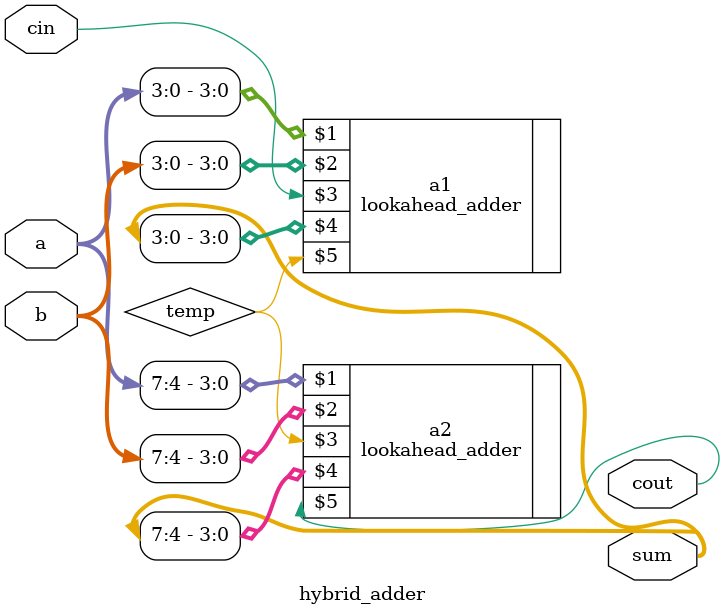
<source format=v>
`timescale 1ns / 1ps
`include "lookahead_adder.v"

/*
    Assignment No. :- 6
    Problem No :- 2
    Group No :- 61

    Name1 :- Kousshik Raj
    Roll No. 1:- 17CS30022
    
    Name2 :- Prashant Ramnani
    Roll No. 2:- 17CS10038
*/

module hybrid_adder(
		input [7:0] a,
		input [7:0] b,
		input cin,
		output [7:0] sum,
		output cout
    );
	
    wire temp;
	
	// Combination of 2 carry_lookahead adders
    lookahead_adder a1(a[3:0],b[3:0],cin,sum[3:0],temp);
    lookahead_adder a2(a[7:4],b[7:4],temp,sum[7:4],cout);

endmodule

</source>
